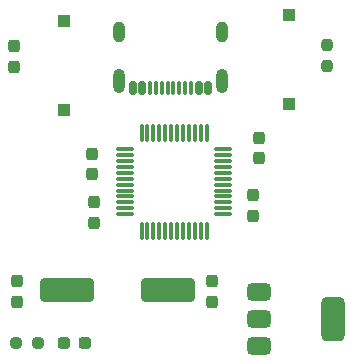
<source format=gbr>
%TF.GenerationSoftware,KiCad,Pcbnew,9.0.7*%
%TF.CreationDate,2026-02-20T18:13:15+05:30*%
%TF.ProjectId,pcb-n-as5600,7063622d-6e2d-4617-9335-3630302e6b69,rev?*%
%TF.SameCoordinates,Original*%
%TF.FileFunction,Paste,Top*%
%TF.FilePolarity,Positive*%
%FSLAX46Y46*%
G04 Gerber Fmt 4.6, Leading zero omitted, Abs format (unit mm)*
G04 Created by KiCad (PCBNEW 9.0.7) date 2026-02-20 18:13:15*
%MOMM*%
%LPD*%
G01*
G04 APERTURE LIST*
G04 Aperture macros list*
%AMRoundRect*
0 Rectangle with rounded corners*
0 $1 Rounding radius*
0 $2 $3 $4 $5 $6 $7 $8 $9 X,Y pos of 4 corners*
0 Add a 4 corners polygon primitive as box body*
4,1,4,$2,$3,$4,$5,$6,$7,$8,$9,$2,$3,0*
0 Add four circle primitives for the rounded corners*
1,1,$1+$1,$2,$3*
1,1,$1+$1,$4,$5*
1,1,$1+$1,$6,$7*
1,1,$1+$1,$8,$9*
0 Add four rect primitives between the rounded corners*
20,1,$1+$1,$2,$3,$4,$5,0*
20,1,$1+$1,$4,$5,$6,$7,0*
20,1,$1+$1,$6,$7,$8,$9,0*
20,1,$1+$1,$8,$9,$2,$3,0*%
G04 Aperture macros list end*
%ADD10RoundRect,0.237500X0.237500X-0.300000X0.237500X0.300000X-0.237500X0.300000X-0.237500X-0.300000X0*%
%ADD11RoundRect,0.237500X0.287500X0.237500X-0.287500X0.237500X-0.287500X-0.237500X0.287500X-0.237500X0*%
%ADD12R,1.000000X1.100000*%
%ADD13RoundRect,0.150000X0.150000X0.425000X-0.150000X0.425000X-0.150000X-0.425000X0.150000X-0.425000X0*%
%ADD14RoundRect,0.075000X0.075000X0.500000X-0.075000X0.500000X-0.075000X-0.500000X0.075000X-0.500000X0*%
%ADD15O,1.000000X2.100000*%
%ADD16O,1.000000X1.800000*%
%ADD17RoundRect,0.250000X-2.000000X-0.750000X2.000000X-0.750000X2.000000X0.750000X-2.000000X0.750000X0*%
%ADD18RoundRect,0.237500X0.250000X0.237500X-0.250000X0.237500X-0.250000X-0.237500X0.250000X-0.237500X0*%
%ADD19RoundRect,0.237500X-0.237500X0.300000X-0.237500X-0.300000X0.237500X-0.300000X0.237500X0.300000X0*%
%ADD20RoundRect,0.237500X-0.237500X0.250000X-0.237500X-0.250000X0.237500X-0.250000X0.237500X0.250000X0*%
%ADD21RoundRect,0.375000X-0.625000X-0.375000X0.625000X-0.375000X0.625000X0.375000X-0.625000X0.375000X0*%
%ADD22RoundRect,0.500000X-0.500000X-1.400000X0.500000X-1.400000X0.500000X1.400000X-0.500000X1.400000X0*%
%ADD23RoundRect,0.075000X0.075000X-0.662500X0.075000X0.662500X-0.075000X0.662500X-0.075000X-0.662500X0*%
%ADD24RoundRect,0.075000X0.662500X-0.075000X0.662500X0.075000X-0.662500X0.075000X-0.662500X-0.075000X0*%
G04 APERTURE END LIST*
D10*
%TO.C,C1*%
X145750000Y-89825000D03*
X145750000Y-88100000D03*
%TD*%
D11*
%TO.C,D1*%
X145000000Y-100000000D03*
X143250000Y-100000000D03*
%TD*%
D10*
%TO.C,C11*%
X159750000Y-84362500D03*
X159750000Y-82637500D03*
%TD*%
D12*
%TO.C,S2*%
X143250000Y-80250000D03*
X143250000Y-72750000D03*
%TD*%
%TO.C,S1*%
X162250000Y-72250000D03*
X162250000Y-79750000D03*
%TD*%
D13*
%TO.C,J6*%
X155450000Y-78430000D03*
X154650000Y-78430000D03*
D14*
X153500000Y-78430000D03*
X152500000Y-78430000D03*
X152000000Y-78430000D03*
X151000000Y-78430000D03*
D13*
X149850000Y-78430000D03*
X149050000Y-78430000D03*
X149050000Y-78430000D03*
X149850000Y-78430000D03*
D14*
X150500000Y-78430000D03*
X151500000Y-78430000D03*
X153000000Y-78430000D03*
X154000000Y-78430000D03*
D13*
X154650000Y-78430000D03*
X155450000Y-78430000D03*
D15*
X156570000Y-77855000D03*
D16*
X156570000Y-73675000D03*
D15*
X147930000Y-77855000D03*
D16*
X147930000Y-73675000D03*
%TD*%
D17*
%TO.C,Y2*%
X143500000Y-95500000D03*
X152000000Y-95500000D03*
%TD*%
D18*
%TO.C,R16*%
X141000000Y-100000000D03*
X139175000Y-100000000D03*
%TD*%
D19*
%TO.C,C3*%
X159210000Y-87500000D03*
X159210000Y-89225000D03*
%TD*%
D10*
%TO.C,C2*%
X145613572Y-85712500D03*
X145613572Y-83987500D03*
%TD*%
D20*
%TO.C,R9*%
X165500000Y-74750000D03*
X165500000Y-76575000D03*
%TD*%
D21*
%TO.C,U1*%
X159700000Y-95700000D03*
X159700000Y-98000000D03*
D22*
X166000000Y-98000000D03*
D21*
X159700000Y-100300000D03*
%TD*%
D23*
%TO.C,U5*%
X149797888Y-90512500D03*
X150297888Y-90512500D03*
X150797888Y-90512500D03*
X151297888Y-90512500D03*
X151797888Y-90512500D03*
X152297888Y-90512500D03*
X152797888Y-90512500D03*
X153297888Y-90512500D03*
X153797888Y-90512500D03*
X154297888Y-90512500D03*
X154797888Y-90512500D03*
X155297888Y-90512500D03*
D24*
X156710388Y-89100000D03*
X156710388Y-88600000D03*
X156710388Y-88100000D03*
X156710388Y-87600000D03*
X156710388Y-87100000D03*
X156710388Y-86600000D03*
X156710388Y-86100000D03*
X156710388Y-85600000D03*
X156710388Y-85100000D03*
X156710388Y-84600000D03*
X156710388Y-84100000D03*
X156710388Y-83600000D03*
D23*
X155297888Y-82187500D03*
X154797888Y-82187500D03*
X154297888Y-82187500D03*
X153797888Y-82187500D03*
X153297888Y-82187500D03*
X152797888Y-82187500D03*
X152297888Y-82187500D03*
X151797888Y-82187500D03*
X151297888Y-82187500D03*
X150797888Y-82187500D03*
X150297888Y-82187500D03*
X149797888Y-82187500D03*
D24*
X148385388Y-83600000D03*
X148385388Y-84100000D03*
X148385388Y-84600000D03*
X148385388Y-85100000D03*
X148385388Y-85600000D03*
X148385388Y-86100000D03*
X148385388Y-86600000D03*
X148385388Y-87100000D03*
X148385388Y-87600000D03*
X148385388Y-88100000D03*
X148385388Y-88600000D03*
X148385388Y-89100000D03*
%TD*%
D19*
%TO.C,C13*%
X139250000Y-94775000D03*
X139250000Y-96500000D03*
%TD*%
%TO.C,C14*%
X139000000Y-74887500D03*
X139000000Y-76612500D03*
%TD*%
%TO.C,C10*%
X155750000Y-94775000D03*
X155750000Y-96500000D03*
%TD*%
M02*

</source>
